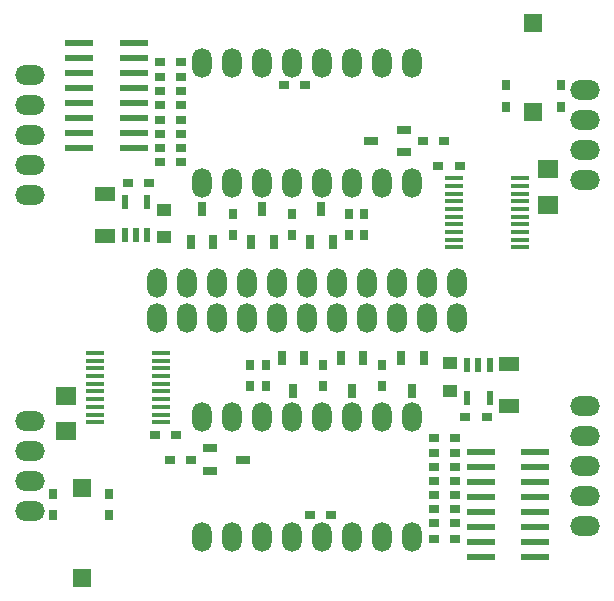
<source format=gts>
%FSLAX34Y34*%
G04 Gerber Fmt 3.4, Leading zero omitted, Abs format*
G04 (created by PCBNEW (2014-02-28 BZR 4729)-product) date man 03 mar 2014 19:53:33 CET*
%MOIN*%
G01*
G70*
G90*
G04 APERTURE LIST*
%ADD10C,0.005906*%
%ADD11O,0.064961X0.100000*%
%ADD12O,0.100000X0.065000*%
%ADD13R,0.035433X0.031496*%
%ADD14R,0.050000X0.031496*%
%ADD15R,0.031496X0.050000*%
%ADD16R,0.035433X0.027559*%
%ADD17R,0.031496X0.035433*%
%ADD18R,0.062992X0.011811*%
%ADD19R,0.020000X0.050000*%
%ADD20R,0.051181X0.043307*%
%ADD21R,0.066929X0.051181*%
%ADD22O,0.065000X0.100000*%
%ADD23R,0.093701X0.021969*%
%ADD24R,0.070866X0.059055*%
%ADD25R,0.062992X0.059055*%
G04 APERTURE END LIST*
G54D10*
G54D11*
X6342Y5937D03*
X7342Y5937D03*
X8342Y5937D03*
X9342Y5937D03*
X10342Y5937D03*
X11342Y5937D03*
X12342Y5937D03*
X13342Y5937D03*
X13342Y1937D03*
X12342Y1937D03*
X11342Y1937D03*
X10342Y1937D03*
X9342Y1937D03*
X8342Y1937D03*
X7342Y1937D03*
X6342Y1937D03*
G54D12*
X590Y2830D03*
X590Y3830D03*
X590Y4830D03*
X590Y5830D03*
G54D13*
X15118Y5944D03*
X15826Y5944D03*
X5472Y5354D03*
X4763Y5354D03*
G54D14*
X7714Y4527D03*
X6616Y4152D03*
X6616Y4902D03*
G54D15*
X9370Y6812D03*
X8995Y7911D03*
X9745Y7911D03*
X11338Y6812D03*
X10963Y7911D03*
X11713Y7911D03*
X13346Y6812D03*
X12971Y7911D03*
X13721Y7911D03*
G54D13*
X14055Y5236D03*
G54D16*
X14763Y5236D03*
G54D13*
X14055Y4763D03*
X14763Y4763D03*
X14055Y4291D03*
X14763Y4291D03*
X14055Y3818D03*
X14763Y3818D03*
X14055Y3346D03*
X14763Y3346D03*
X14055Y2874D03*
X14763Y2874D03*
X14055Y2401D03*
X14763Y2401D03*
X14055Y1889D03*
X14763Y1889D03*
X5275Y4527D03*
X5984Y4527D03*
G54D17*
X8464Y7677D03*
X8464Y6968D03*
X10354Y6968D03*
X10354Y7677D03*
X12322Y6968D03*
X12322Y7677D03*
X1377Y2677D03*
X1377Y3385D03*
G54D18*
X4960Y5777D03*
X4960Y6033D03*
X4960Y6289D03*
X4960Y6545D03*
X4960Y6801D03*
X4960Y7057D03*
X4960Y7312D03*
X4960Y7568D03*
X4960Y7824D03*
X4960Y8080D03*
X2755Y8080D03*
X2755Y7824D03*
X2755Y7568D03*
X2755Y7312D03*
X2755Y7057D03*
X2755Y6801D03*
X2755Y6545D03*
X2755Y6289D03*
X2755Y6033D03*
X2755Y5777D03*
G54D19*
X15926Y7675D03*
X15176Y7675D03*
X15926Y6576D03*
X15551Y7675D03*
X15176Y6576D03*
G54D20*
X14606Y6830D03*
X14606Y7736D03*
G54D21*
X16574Y6309D03*
X16574Y7706D03*
G54D13*
X10629Y2677D03*
X9921Y2677D03*
G54D17*
X7952Y6968D03*
X7952Y7677D03*
G54D22*
X14842Y9251D03*
X13842Y9251D03*
X12842Y9251D03*
X11842Y9251D03*
X10842Y9251D03*
X9842Y9251D03*
X8842Y9251D03*
X7842Y9251D03*
X6842Y9251D03*
X5842Y9251D03*
X4842Y9251D03*
G54D23*
X15620Y4781D03*
X15620Y4281D03*
X15620Y3781D03*
X15620Y3281D03*
X15620Y2781D03*
X15620Y2281D03*
X15620Y1781D03*
X15620Y1281D03*
X17450Y1281D03*
X17450Y1781D03*
X17450Y2281D03*
X17450Y2781D03*
X17450Y3281D03*
X17450Y3781D03*
X17450Y4281D03*
X17450Y4781D03*
G54D24*
X1811Y5472D03*
X1811Y6653D03*
G54D17*
X3228Y3385D03*
X3228Y2677D03*
G54D25*
X2322Y590D03*
X2322Y3582D03*
G54D12*
X19094Y2330D03*
X19094Y3330D03*
X19094Y4330D03*
X19094Y5330D03*
X19094Y6330D03*
G54D11*
X13342Y13748D03*
X12342Y13748D03*
X11342Y13748D03*
X10342Y13748D03*
X9342Y13748D03*
X8342Y13748D03*
X7342Y13748D03*
X6342Y13748D03*
X6342Y17748D03*
X7342Y17748D03*
X8342Y17748D03*
X9342Y17748D03*
X10342Y17748D03*
X11342Y17748D03*
X12342Y17748D03*
X13342Y17748D03*
G54D12*
X19094Y16854D03*
X19094Y15854D03*
X19094Y14854D03*
X19094Y13854D03*
G54D13*
X4566Y13740D03*
X3858Y13740D03*
X14212Y14330D03*
X14921Y14330D03*
G54D14*
X11970Y15157D03*
X13068Y15532D03*
X13068Y14782D03*
G54D15*
X10314Y12872D03*
X10689Y11773D03*
X9939Y11773D03*
X8346Y12872D03*
X8721Y11773D03*
X7971Y11773D03*
X6338Y12872D03*
X6713Y11773D03*
X5963Y11773D03*
G54D13*
X5629Y14448D03*
G54D16*
X4921Y14448D03*
G54D13*
X5629Y14921D03*
X4921Y14921D03*
X5629Y15393D03*
X4921Y15393D03*
X5629Y15866D03*
X4921Y15866D03*
X5629Y16338D03*
X4921Y16338D03*
X5629Y16811D03*
X4921Y16811D03*
X5629Y17283D03*
X4921Y17283D03*
X5629Y17795D03*
X4921Y17795D03*
X14409Y15157D03*
X13700Y15157D03*
G54D17*
X11220Y12007D03*
X11220Y12716D03*
X9330Y12716D03*
X9330Y12007D03*
X7362Y12716D03*
X7362Y12007D03*
X18307Y17007D03*
X18307Y16299D03*
G54D18*
X14724Y13907D03*
X14724Y13651D03*
X14724Y13395D03*
X14724Y13139D03*
X14724Y12883D03*
X14724Y12627D03*
X14724Y12372D03*
X14724Y12116D03*
X14724Y11860D03*
X14724Y11604D03*
X16929Y11604D03*
X16929Y11860D03*
X16929Y12116D03*
X16929Y12372D03*
X16929Y12627D03*
X16929Y12883D03*
X16929Y13139D03*
X16929Y13395D03*
X16929Y13651D03*
X16929Y13907D03*
G54D19*
X3758Y12009D03*
X4508Y12009D03*
X3758Y13108D03*
X4133Y12009D03*
X4508Y13108D03*
G54D20*
X5078Y12854D03*
X5078Y11948D03*
G54D21*
X3110Y13375D03*
X3110Y11978D03*
G54D13*
X9055Y17007D03*
X9763Y17007D03*
G54D17*
X11732Y12716D03*
X11732Y12007D03*
G54D22*
X4842Y10433D03*
X5842Y10433D03*
X6842Y10433D03*
X7842Y10433D03*
X8842Y10433D03*
X9842Y10433D03*
X10842Y10433D03*
X11842Y10433D03*
X12842Y10433D03*
X13842Y10433D03*
X14842Y10433D03*
G54D23*
X4064Y14903D03*
X4064Y15403D03*
X4064Y15903D03*
X4064Y16403D03*
X4064Y16903D03*
X4064Y17403D03*
X4064Y17903D03*
X4064Y18403D03*
X2234Y18403D03*
X2234Y17903D03*
X2234Y17403D03*
X2234Y16903D03*
X2234Y16403D03*
X2234Y15903D03*
X2234Y15403D03*
X2234Y14903D03*
G54D24*
X17874Y14212D03*
X17874Y13031D03*
G54D17*
X16456Y16299D03*
X16456Y17007D03*
G54D25*
X17362Y19094D03*
X17362Y16102D03*
G54D12*
X590Y17354D03*
X590Y16354D03*
X590Y15354D03*
X590Y14354D03*
X590Y13354D03*
M02*

</source>
